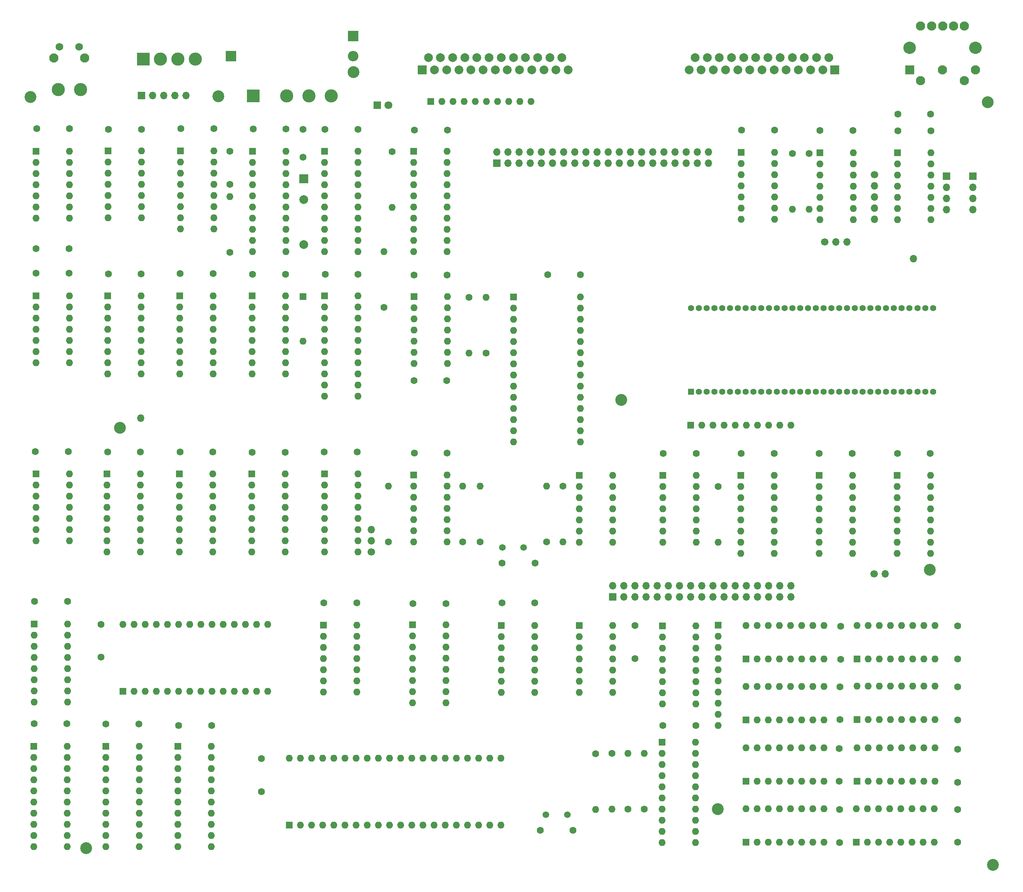
<source format=gbr>
%TF.GenerationSoftware,KiCad,Pcbnew,8.0.1*%
%TF.CreationDate,2024-04-12T12:19:04+01:00*%
%TF.ProjectId,TIM-011B,54494d2d-3031-4314-922e-6b696361645f,rev?*%
%TF.SameCoordinates,Original*%
%TF.FileFunction,Soldermask,Top*%
%TF.FilePolarity,Negative*%
%FSLAX46Y46*%
G04 Gerber Fmt 4.6, Leading zero omitted, Abs format (unit mm)*
G04 Created by KiCad (PCBNEW 8.0.1) date 2024-04-12 12:19:04*
%MOMM*%
%LPD*%
G01*
G04 APERTURE LIST*
%ADD10C,1.449000*%
%ADD11R,1.600000X1.600000*%
%ADD12O,1.600000X1.600000*%
%ADD13C,1.600000*%
%ADD14C,2.700000*%
%ADD15C,1.700000*%
%ADD16O,1.700000X1.700000*%
%ADD17R,1.700000X1.700000*%
%ADD18R,2.400000X2.400000*%
%ADD19O,2.400000X2.400000*%
%ADD20R,3.000000X3.000000*%
%ADD21C,3.000000*%
%ADD22C,2.100000*%
%ADD23C,1.750000*%
%ADD24R,2.000000X2.000000*%
%ADD25C,2.000000*%
%ADD26C,1.500000*%
%ADD27R,1.400000X1.400000*%
%ADD28C,1.400000*%
%ADD29R,1.800000X1.800000*%
%ADD30C,1.800000*%
%ADD31C,2.390000*%
%ADD32R,2.100000X2.100000*%
G04 APERTURE END LIST*
D10*
%TO.C,J3*%
X301804500Y-40695000D02*
G75*
G02*
X300355500Y-40695000I-724500J0D01*
G01*
X300355500Y-40695000D02*
G75*
G02*
X301804500Y-40695000I724500J0D01*
G01*
X316814500Y-40695000D02*
G75*
G02*
X315365500Y-40695000I-724500J0D01*
G01*
X315365500Y-40695000D02*
G75*
G02*
X316814500Y-40695000I724500J0D01*
G01*
%TD*%
D11*
%TO.C,U38*%
X263770000Y-193785000D03*
D12*
X266310000Y-193785000D03*
X268850000Y-193785000D03*
X271390000Y-193785000D03*
X273930000Y-193785000D03*
X276470000Y-193785000D03*
X279010000Y-193785000D03*
X281550000Y-193785000D03*
X281550000Y-186165000D03*
X279010000Y-186165000D03*
X276470000Y-186165000D03*
X273930000Y-186165000D03*
X271390000Y-186165000D03*
X268850000Y-186165000D03*
X266310000Y-186165000D03*
X263770000Y-186165000D03*
%TD*%
D11*
%TO.C,U34*%
X225740000Y-172280000D03*
D12*
X225740000Y-174820000D03*
X225740000Y-177360000D03*
X225740000Y-179900000D03*
X225740000Y-182440000D03*
X225740000Y-184980000D03*
X225740000Y-187520000D03*
X233360000Y-187520000D03*
X233360000Y-184980000D03*
X233360000Y-182440000D03*
X233360000Y-179900000D03*
X233360000Y-177360000D03*
X233360000Y-174820000D03*
X233360000Y-172280000D03*
%TD*%
D13*
%TO.C,R15*%
X236890000Y-214170000D03*
D12*
X236890000Y-201470000D03*
%TD*%
D14*
%TO.C,H6*%
X257302000Y-214122000D03*
%TD*%
D11*
%TO.C,U7*%
X262640000Y-64520000D03*
D12*
X262640000Y-67060000D03*
X262640000Y-69600000D03*
X262640000Y-72140000D03*
X262640000Y-74680000D03*
X262640000Y-77220000D03*
X262640000Y-79760000D03*
X270260000Y-79760000D03*
X270260000Y-77220000D03*
X270260000Y-74680000D03*
X270260000Y-72140000D03*
X270260000Y-69600000D03*
X270260000Y-67060000D03*
X270260000Y-64520000D03*
%TD*%
D15*
%TO.C,JMP1*%
X281720000Y-84930000D03*
D16*
X284260000Y-84930000D03*
X286800000Y-84930000D03*
%TD*%
D11*
%TO.C,U11*%
X118210000Y-97230000D03*
D12*
X118210000Y-99770000D03*
X118210000Y-102310000D03*
X118210000Y-104850000D03*
X118210000Y-107390000D03*
X118210000Y-109930000D03*
X118210000Y-112470000D03*
X118210000Y-115010000D03*
X125830000Y-115010000D03*
X125830000Y-112470000D03*
X125830000Y-109930000D03*
X125830000Y-107390000D03*
X125830000Y-104850000D03*
X125830000Y-102310000D03*
X125830000Y-99770000D03*
X125830000Y-97230000D03*
%TD*%
D13*
%TO.C,C30*%
X215640000Y-167180000D03*
X208140000Y-167180000D03*
%TD*%
%TO.C,C7*%
X216850000Y-218990000D03*
X224350000Y-218990000D03*
%TD*%
D11*
%TO.C,U20*%
X134580000Y-137750000D03*
D12*
X134580000Y-140290000D03*
X134580000Y-142830000D03*
X134580000Y-145370000D03*
X134580000Y-147910000D03*
X134580000Y-150450000D03*
X134580000Y-152990000D03*
X134580000Y-155530000D03*
X142200000Y-155530000D03*
X142200000Y-152990000D03*
X142200000Y-150450000D03*
X142200000Y-147910000D03*
X142200000Y-145370000D03*
X142200000Y-142830000D03*
X142200000Y-140290000D03*
X142200000Y-137750000D03*
%TD*%
D11*
%TO.C,U37*%
X289130000Y-179910000D03*
D12*
X291670000Y-179910000D03*
X294210000Y-179910000D03*
X296750000Y-179910000D03*
X299290000Y-179910000D03*
X301830000Y-179910000D03*
X304370000Y-179910000D03*
X306910000Y-179910000D03*
X306910000Y-172290000D03*
X304370000Y-172290000D03*
X301830000Y-172290000D03*
X299290000Y-172290000D03*
X296750000Y-172290000D03*
X294210000Y-172290000D03*
X291670000Y-172290000D03*
X289130000Y-172290000D03*
%TD*%
D11*
%TO.C,U23*%
X188020000Y-137990000D03*
D12*
X188020000Y-140530000D03*
X188020000Y-143070000D03*
X188020000Y-145610000D03*
X188020000Y-148150000D03*
X188020000Y-150690000D03*
X188020000Y-153230000D03*
X195640000Y-153230000D03*
X195640000Y-150690000D03*
X195640000Y-148150000D03*
X195640000Y-145610000D03*
X195640000Y-143070000D03*
X195640000Y-140530000D03*
X195640000Y-137990000D03*
%TD*%
D11*
%TO.C,U47*%
X263770000Y-221705000D03*
D12*
X266310000Y-221705000D03*
X268850000Y-221705000D03*
X271390000Y-221705000D03*
X273930000Y-221705000D03*
X276470000Y-221705000D03*
X279010000Y-221705000D03*
X281550000Y-221705000D03*
X281550000Y-214085000D03*
X279010000Y-214085000D03*
X276470000Y-214085000D03*
X273930000Y-214085000D03*
X271390000Y-214085000D03*
X268850000Y-214085000D03*
X266310000Y-214085000D03*
X263770000Y-214085000D03*
%TD*%
D13*
%TO.C,C9*%
X305910000Y-59610000D03*
X298410000Y-59610000D03*
%TD*%
D11*
%TO.C,U48*%
X288910000Y-221680000D03*
D12*
X291450000Y-221680000D03*
X293990000Y-221680000D03*
X296530000Y-221680000D03*
X299070000Y-221680000D03*
X301610000Y-221680000D03*
X304150000Y-221680000D03*
X306690000Y-221680000D03*
X306690000Y-214060000D03*
X304150000Y-214060000D03*
X301610000Y-214060000D03*
X299070000Y-214060000D03*
X296530000Y-214060000D03*
X293990000Y-214060000D03*
X291450000Y-214060000D03*
X288910000Y-214060000D03*
%TD*%
D13*
%TO.C,C40*%
X175300000Y-59270000D03*
X167800000Y-59270000D03*
%TD*%
%TO.C,C29*%
X125940000Y-59310000D03*
X118440000Y-59310000D03*
%TD*%
D17*
%TO.C,P3*%
X207000000Y-66970000D03*
D16*
X207000000Y-64430000D03*
X209540000Y-66970000D03*
X209540000Y-64430000D03*
X212080000Y-66970000D03*
X212080000Y-64430000D03*
X214620000Y-66970000D03*
X214620000Y-64430000D03*
X217160000Y-66970000D03*
X217160000Y-64430000D03*
X219700000Y-66970000D03*
X219700000Y-64430000D03*
X222240000Y-66970000D03*
X222240000Y-64430000D03*
X224780000Y-66970000D03*
X224780000Y-64430000D03*
X227320000Y-66970000D03*
X227320000Y-64430000D03*
X229860000Y-66970000D03*
X229860000Y-64430000D03*
X232400000Y-66970000D03*
X232400000Y-64430000D03*
X234940000Y-66970000D03*
X234940000Y-64430000D03*
X237480000Y-66970000D03*
X237480000Y-64430000D03*
X240020000Y-66970000D03*
X240020000Y-64430000D03*
X242560000Y-66970000D03*
X242560000Y-64430000D03*
X245100000Y-66970000D03*
X245100000Y-64430000D03*
X247640000Y-66970000D03*
X247640000Y-64430000D03*
X250180000Y-66970000D03*
X250180000Y-64430000D03*
X252720000Y-66970000D03*
X252720000Y-64430000D03*
X255260000Y-66970000D03*
X255260000Y-64430000D03*
%TD*%
D14*
%TO.C,H2*%
X174250000Y-46228000D03*
%TD*%
D13*
%TO.C,C51*%
X287980000Y-133120000D03*
X280480000Y-133120000D03*
%TD*%
%TO.C,CX1*%
X109414000Y-86487000D03*
X101914000Y-86487000D03*
%TD*%
D18*
%TO.C,C1*%
X146380000Y-42610000D03*
X174160000Y-38030000D03*
D19*
X174160000Y-42610000D03*
%TD*%
D13*
%TO.C,R6*%
X204490000Y-110220000D03*
D12*
X204490000Y-97520000D03*
%TD*%
D16*
%TO.C,*%
X301990000Y-88780000D03*
%TD*%
D20*
%TO.C,P2*%
X151450000Y-51620000D03*
D21*
X159070000Y-51620000D03*
X164160000Y-51630000D03*
X169240000Y-51630000D03*
%TD*%
D17*
%TO.C,J5*%
X315500000Y-69945000D03*
D16*
X315500000Y-72485000D03*
X315500000Y-75025000D03*
X315500000Y-77565000D03*
%TD*%
D13*
%TO.C,C46*%
X285050000Y-207810000D03*
X285050000Y-200310000D03*
%TD*%
D22*
%TO.C,T2*%
X105990000Y-43000000D03*
X113000000Y-43000000D03*
D23*
X107240000Y-40510000D03*
X111740000Y-40510000D03*
%TD*%
D11*
%TO.C,U1*%
X101920000Y-64240000D03*
D12*
X101920000Y-66780000D03*
X101920000Y-69320000D03*
X101920000Y-71860000D03*
X101920000Y-74400000D03*
X101920000Y-76940000D03*
X101920000Y-79480000D03*
X109540000Y-79480000D03*
X109540000Y-76940000D03*
X109540000Y-74400000D03*
X109540000Y-71860000D03*
X109540000Y-69320000D03*
X109540000Y-66780000D03*
X109540000Y-64240000D03*
%TD*%
D17*
%TO.C,J4*%
X309500000Y-69945000D03*
D16*
X309500000Y-72485000D03*
X309500000Y-75025000D03*
X309500000Y-77565000D03*
%TD*%
D15*
%TO.C,JMP2*%
X293060000Y-69640000D03*
D16*
X293060000Y-72180000D03*
X293060000Y-74720000D03*
X293060000Y-77260000D03*
X293060000Y-79800000D03*
%TD*%
D11*
%TO.C,U28*%
X298250000Y-138090000D03*
D12*
X298250000Y-140630000D03*
X298250000Y-143170000D03*
X298250000Y-145710000D03*
X298250000Y-148250000D03*
X298250000Y-150790000D03*
X298250000Y-153330000D03*
X298250000Y-155870000D03*
X305870000Y-155870000D03*
X305870000Y-153330000D03*
X305870000Y-150790000D03*
X305870000Y-148250000D03*
X305870000Y-145710000D03*
X305870000Y-143170000D03*
X305870000Y-140630000D03*
X305870000Y-138090000D03*
%TD*%
D13*
%TO.C,C6*%
X215670000Y-158110000D03*
X208170000Y-158110000D03*
%TD*%
D11*
%TO.C,U29*%
X101480000Y-171970000D03*
D12*
X101480000Y-174510000D03*
X101480000Y-177050000D03*
X101480000Y-179590000D03*
X101480000Y-182130000D03*
X101480000Y-184670000D03*
X101480000Y-187210000D03*
X101480000Y-189750000D03*
X109100000Y-189750000D03*
X109100000Y-187210000D03*
X109100000Y-184670000D03*
X109100000Y-182130000D03*
X109100000Y-179590000D03*
X109100000Y-177050000D03*
X109100000Y-174510000D03*
X109100000Y-171970000D03*
%TD*%
D13*
%TO.C,R3*%
X274380000Y-64780000D03*
D12*
X274380000Y-77480000D03*
%TD*%
D11*
%TO.C,U2*%
X118310000Y-64220000D03*
D12*
X118310000Y-66760000D03*
X118310000Y-69300000D03*
X118310000Y-71840000D03*
X118310000Y-74380000D03*
X118310000Y-76920000D03*
X118310000Y-79460000D03*
X125930000Y-79460000D03*
X125930000Y-76920000D03*
X125930000Y-74380000D03*
X125930000Y-71840000D03*
X125930000Y-69300000D03*
X125930000Y-66760000D03*
X125930000Y-64220000D03*
%TD*%
D11*
%TO.C,U5*%
X167690000Y-64230000D03*
D12*
X167690000Y-66770000D03*
X167690000Y-69310000D03*
X167690000Y-71850000D03*
X167690000Y-74390000D03*
X167690000Y-76930000D03*
X167690000Y-79470000D03*
X167690000Y-82010000D03*
X167690000Y-84550000D03*
X167690000Y-87090000D03*
X175310000Y-87090000D03*
X175310000Y-84550000D03*
X175310000Y-82010000D03*
X175310000Y-79470000D03*
X175310000Y-76930000D03*
X175310000Y-74390000D03*
X175310000Y-71850000D03*
X175310000Y-69310000D03*
X175310000Y-66770000D03*
X175310000Y-64230000D03*
%TD*%
D16*
%TO.C,*%
X125730000Y-125095000D03*
%TD*%
D11*
%TO.C,U32*%
X187770000Y-172160000D03*
D12*
X187770000Y-174700000D03*
X187770000Y-177240000D03*
X187770000Y-179780000D03*
X187770000Y-182320000D03*
X187770000Y-184860000D03*
X187770000Y-187400000D03*
X187770000Y-189940000D03*
X195390000Y-189940000D03*
X195390000Y-187400000D03*
X195390000Y-184860000D03*
X195390000Y-182320000D03*
X195390000Y-179780000D03*
X195390000Y-177240000D03*
X195390000Y-174700000D03*
X195390000Y-172160000D03*
%TD*%
D11*
%TO.C,U15*%
X188050000Y-97402500D03*
D12*
X188050000Y-99942500D03*
X188050000Y-102482500D03*
X188050000Y-105022500D03*
X188050000Y-107562500D03*
X188050000Y-110102500D03*
X188050000Y-112642500D03*
X195670000Y-112642500D03*
X195670000Y-110102500D03*
X195670000Y-107562500D03*
X195670000Y-105022500D03*
X195670000Y-102482500D03*
X195670000Y-99942500D03*
X195670000Y-97402500D03*
%TD*%
D15*
%TO.C,JMP3*%
X178308000Y-155575000D03*
D16*
X178308000Y-153035000D03*
X178308000Y-150495000D03*
%TD*%
D11*
%TO.C,U43*%
X159640000Y-217750000D03*
D12*
X162180000Y-217750000D03*
X164720000Y-217750000D03*
X167260000Y-217750000D03*
X169800000Y-217750000D03*
X172340000Y-217750000D03*
X174880000Y-217750000D03*
X177420000Y-217750000D03*
X179960000Y-217750000D03*
X182500000Y-217750000D03*
X185040000Y-217750000D03*
X187580000Y-217750000D03*
X190120000Y-217750000D03*
X192660000Y-217750000D03*
X195200000Y-217750000D03*
X197740000Y-217750000D03*
X200280000Y-217750000D03*
X202820000Y-217750000D03*
X205360000Y-217750000D03*
X207900000Y-217750000D03*
X207900000Y-202510000D03*
X205360000Y-202510000D03*
X202820000Y-202510000D03*
X200280000Y-202510000D03*
X197740000Y-202510000D03*
X195200000Y-202510000D03*
X192660000Y-202510000D03*
X190120000Y-202510000D03*
X187580000Y-202510000D03*
X185040000Y-202510000D03*
X182500000Y-202510000D03*
X179960000Y-202510000D03*
X177420000Y-202510000D03*
X174880000Y-202510000D03*
X172340000Y-202510000D03*
X169800000Y-202510000D03*
X167260000Y-202510000D03*
X164720000Y-202510000D03*
X162180000Y-202510000D03*
X159640000Y-202510000D03*
%TD*%
D14*
%TO.C,H1*%
X100584000Y-51943000D03*
%TD*%
D24*
%TO.C,J1*%
X189985000Y-45720000D03*
D25*
X192755000Y-45720000D03*
X195525000Y-45720000D03*
X198295000Y-45720000D03*
X201065000Y-45720000D03*
X203835000Y-45720000D03*
X206605000Y-45720000D03*
X209375000Y-45720000D03*
X212145000Y-45720000D03*
X214915000Y-45720000D03*
X217685000Y-45720000D03*
X220455000Y-45720000D03*
X223225000Y-45720000D03*
X191350000Y-42900000D03*
X194120000Y-42900000D03*
X196890000Y-42900000D03*
X199660000Y-42900000D03*
X202430000Y-42900000D03*
X205200000Y-42900000D03*
X207970000Y-42900000D03*
X210740000Y-42900000D03*
X213510000Y-42900000D03*
X216280000Y-42900000D03*
X219050000Y-42900000D03*
X221820000Y-42900000D03*
%TD*%
D11*
%TO.C,D1*%
X162800000Y-97390000D03*
D12*
X162800000Y-107550000D03*
%TD*%
D11*
%TO.C,U46*%
X289080000Y-207775000D03*
D12*
X291620000Y-207775000D03*
X294160000Y-207775000D03*
X296700000Y-207775000D03*
X299240000Y-207775000D03*
X301780000Y-207775000D03*
X304320000Y-207775000D03*
X306860000Y-207775000D03*
X306860000Y-200155000D03*
X304320000Y-200155000D03*
X301780000Y-200155000D03*
X299240000Y-200155000D03*
X296700000Y-200155000D03*
X294160000Y-200155000D03*
X291620000Y-200155000D03*
X289080000Y-200155000D03*
%TD*%
D13*
%TO.C,C26*%
X312050000Y-208000000D03*
X312050000Y-200500000D03*
%TD*%
D14*
%TO.C,H4*%
X121031000Y-127254000D03*
%TD*%
D13*
%TO.C,C19*%
X142210000Y-132790000D03*
X134710000Y-132790000D03*
%TD*%
D26*
%TO.C,Y1*%
X208200000Y-154550000D03*
X213100000Y-154550000D03*
%TD*%
D20*
%TO.C,P5*%
X126319000Y-43307000D03*
D21*
X130279000Y-43307000D03*
X134239000Y-43307000D03*
X138199000Y-43307000D03*
%TD*%
D13*
%TO.C,C25*%
X312030000Y-193780000D03*
X312030000Y-186280000D03*
%TD*%
D24*
%TO.C,J2*%
X284040000Y-45720000D03*
D25*
X281270000Y-45720000D03*
X278500000Y-45720000D03*
X275730000Y-45720000D03*
X272960000Y-45720000D03*
X270190000Y-45720000D03*
X267420000Y-45720000D03*
X264650000Y-45720000D03*
X261880000Y-45720000D03*
X259110000Y-45720000D03*
X256340000Y-45720000D03*
X253570000Y-45720000D03*
X250800000Y-45720000D03*
X282635000Y-42900000D03*
X279865000Y-42900000D03*
X277095000Y-42900000D03*
X274325000Y-42900000D03*
X271555000Y-42900000D03*
X268785000Y-42900000D03*
X266015000Y-42900000D03*
X263245000Y-42900000D03*
X260475000Y-42900000D03*
X257705000Y-42900000D03*
X254935000Y-42900000D03*
X252165000Y-42900000D03*
%TD*%
D17*
%TO.C,P4*%
X233370000Y-165800000D03*
D16*
X233370000Y-163260000D03*
X235910000Y-165800000D03*
X235910000Y-163260000D03*
X238450000Y-165800000D03*
X238450000Y-163260000D03*
X240990000Y-165800000D03*
X240990000Y-163260000D03*
X243530000Y-165800000D03*
X243530000Y-163260000D03*
X246070000Y-165800000D03*
X246070000Y-163260000D03*
X248610000Y-165800000D03*
X248610000Y-163260000D03*
X251150000Y-165800000D03*
X251150000Y-163260000D03*
X253690000Y-165800000D03*
X253690000Y-163260000D03*
X256230000Y-165800000D03*
X256230000Y-163260000D03*
X258770000Y-165800000D03*
X258770000Y-163260000D03*
X261310000Y-165800000D03*
X261310000Y-163260000D03*
X263850000Y-165800000D03*
X263850000Y-163260000D03*
X266390000Y-165800000D03*
X266390000Y-163260000D03*
X268930000Y-165800000D03*
X268930000Y-163260000D03*
X271470000Y-165800000D03*
X271470000Y-163260000D03*
X274010000Y-165800000D03*
X274010000Y-163260000D03*
%TD*%
D13*
%TO.C,C24*%
X312040000Y-179930000D03*
X312040000Y-172430000D03*
%TD*%
D11*
%TO.C,U35*%
X244760000Y-172370000D03*
D12*
X244760000Y-174910000D03*
X244760000Y-177450000D03*
X244760000Y-179990000D03*
X244760000Y-182530000D03*
X244760000Y-185070000D03*
X244760000Y-187610000D03*
X244760000Y-190150000D03*
X252380000Y-190150000D03*
X252380000Y-187610000D03*
X252380000Y-185070000D03*
X252380000Y-182530000D03*
X252380000Y-179990000D03*
X252380000Y-177450000D03*
X252380000Y-174910000D03*
X252380000Y-172370000D03*
%TD*%
D11*
%TO.C,U30*%
X121680000Y-187260000D03*
D12*
X124220000Y-187260000D03*
X126760000Y-187260000D03*
X129300000Y-187260000D03*
X131840000Y-187260000D03*
X134380000Y-187260000D03*
X136920000Y-187260000D03*
X139460000Y-187260000D03*
X142000000Y-187260000D03*
X144540000Y-187260000D03*
X147080000Y-187260000D03*
X149620000Y-187260000D03*
X152160000Y-187260000D03*
X154700000Y-187260000D03*
X154700000Y-172020000D03*
X152160000Y-172020000D03*
X149620000Y-172020000D03*
X147080000Y-172020000D03*
X144540000Y-172020000D03*
X142000000Y-172020000D03*
X139460000Y-172020000D03*
X136920000Y-172020000D03*
X134380000Y-172020000D03*
X131840000Y-172020000D03*
X129300000Y-172020000D03*
X126760000Y-172020000D03*
X124220000Y-172020000D03*
X121680000Y-172020000D03*
%TD*%
D13*
%TO.C,R9*%
X203190000Y-153250000D03*
D12*
X203190000Y-140550000D03*
%TD*%
D13*
%TO.C,C16*%
X226030000Y-92340000D03*
X218530000Y-92340000D03*
%TD*%
%TO.C,R1*%
X146120000Y-87320000D03*
D12*
X146120000Y-74620000D03*
%TD*%
D11*
%TO.C,U13*%
X151200000Y-97230000D03*
D12*
X151200000Y-99770000D03*
X151200000Y-102310000D03*
X151200000Y-104850000D03*
X151200000Y-107390000D03*
X151200000Y-109930000D03*
X151200000Y-112470000D03*
X151200000Y-115010000D03*
X158820000Y-115010000D03*
X158820000Y-112470000D03*
X158820000Y-109930000D03*
X158820000Y-107390000D03*
X158820000Y-104850000D03*
X158820000Y-102310000D03*
X158820000Y-99770000D03*
X158820000Y-97230000D03*
%TD*%
D13*
%TO.C,C31*%
X195330000Y-167280000D03*
X187830000Y-167280000D03*
%TD*%
D11*
%TO.C,U45*%
X263770000Y-207775000D03*
D12*
X266310000Y-207775000D03*
X268850000Y-207775000D03*
X271390000Y-207775000D03*
X273930000Y-207775000D03*
X276470000Y-207775000D03*
X279010000Y-207775000D03*
X281550000Y-207775000D03*
X281550000Y-200155000D03*
X279010000Y-200155000D03*
X276470000Y-200155000D03*
X273930000Y-200155000D03*
X271390000Y-200155000D03*
X268850000Y-200155000D03*
X266310000Y-200155000D03*
X263770000Y-200155000D03*
%TD*%
D13*
%TO.C,C12*%
X142280000Y-92130000D03*
X134780000Y-92130000D03*
%TD*%
D11*
%TO.C,U41*%
X117810000Y-199850000D03*
D12*
X117810000Y-202390000D03*
X117810000Y-204930000D03*
X117810000Y-207470000D03*
X117810000Y-210010000D03*
X117810000Y-212550000D03*
X117810000Y-215090000D03*
X117810000Y-217630000D03*
X117810000Y-220170000D03*
X117810000Y-222710000D03*
X125430000Y-222710000D03*
X125430000Y-220170000D03*
X125430000Y-217630000D03*
X125430000Y-215090000D03*
X125430000Y-212550000D03*
X125430000Y-210010000D03*
X125430000Y-207470000D03*
X125430000Y-204930000D03*
X125430000Y-202390000D03*
X125430000Y-199850000D03*
%TD*%
D11*
%TO.C,U12*%
X134670000Y-97230000D03*
D12*
X134670000Y-99770000D03*
X134670000Y-102310000D03*
X134670000Y-104850000D03*
X134670000Y-107390000D03*
X134670000Y-109930000D03*
X134670000Y-112470000D03*
X134670000Y-115010000D03*
X142290000Y-115010000D03*
X142290000Y-112470000D03*
X142290000Y-109930000D03*
X142290000Y-107390000D03*
X142290000Y-104850000D03*
X142290000Y-102310000D03*
X142290000Y-99770000D03*
X142290000Y-97230000D03*
%TD*%
D13*
%TO.C,C20*%
X158690000Y-132890000D03*
X151190000Y-132890000D03*
%TD*%
D21*
%TO.C,T1*%
X106995000Y-50180000D03*
X112075000Y-50180000D03*
%TD*%
D11*
%TO.C,U39*%
X289110000Y-193760000D03*
D12*
X291650000Y-193760000D03*
X294190000Y-193760000D03*
X296730000Y-193760000D03*
X299270000Y-193760000D03*
X301810000Y-193760000D03*
X304350000Y-193760000D03*
X306890000Y-193760000D03*
X306890000Y-186140000D03*
X304350000Y-186140000D03*
X301810000Y-186140000D03*
X299270000Y-186140000D03*
X296730000Y-186140000D03*
X294190000Y-186140000D03*
X291650000Y-186140000D03*
X289110000Y-186140000D03*
%TD*%
D11*
%TO.C,U14*%
X167720000Y-97220000D03*
D12*
X167720000Y-99760000D03*
X167720000Y-102300000D03*
X167720000Y-104840000D03*
X167720000Y-107380000D03*
X167720000Y-109920000D03*
X167720000Y-112460000D03*
X167720000Y-115000000D03*
X167720000Y-117540000D03*
X167720000Y-120080000D03*
X175340000Y-120080000D03*
X175340000Y-117540000D03*
X175340000Y-115000000D03*
X175340000Y-112460000D03*
X175340000Y-109920000D03*
X175340000Y-107380000D03*
X175340000Y-104840000D03*
X175340000Y-102300000D03*
X175340000Y-99760000D03*
X175340000Y-97220000D03*
%TD*%
D13*
%TO.C,C52*%
X270210000Y-133120000D03*
X262710000Y-133120000D03*
%TD*%
D11*
%TO.C,U8*%
X280620000Y-64580000D03*
D12*
X280620000Y-67120000D03*
X280620000Y-69660000D03*
X280620000Y-72200000D03*
X280620000Y-74740000D03*
X280620000Y-77280000D03*
X280620000Y-79820000D03*
X288240000Y-79820000D03*
X288240000Y-77280000D03*
X288240000Y-74740000D03*
X288240000Y-72200000D03*
X288240000Y-69660000D03*
X288240000Y-67120000D03*
X288240000Y-64580000D03*
%TD*%
D13*
%TO.C,C41*%
X195670000Y-59420000D03*
X188170000Y-59420000D03*
%TD*%
D11*
%TO.C,U21*%
X151080000Y-137750000D03*
D12*
X151080000Y-140290000D03*
X151080000Y-142830000D03*
X151080000Y-145370000D03*
X151080000Y-147910000D03*
X151080000Y-150450000D03*
X151080000Y-152990000D03*
X151080000Y-155530000D03*
X158700000Y-155530000D03*
X158700000Y-152990000D03*
X158700000Y-150450000D03*
X158700000Y-147910000D03*
X158700000Y-145370000D03*
X158700000Y-142830000D03*
X158700000Y-140290000D03*
X158700000Y-137750000D03*
%TD*%
D13*
%TO.C,R7*%
X182245000Y-153220000D03*
D12*
X182245000Y-140520000D03*
%TD*%
D13*
%TO.C,C13*%
X158780000Y-92290000D03*
X151280000Y-92290000D03*
%TD*%
%TO.C,C43*%
X153280000Y-202610000D03*
X153280000Y-210110000D03*
%TD*%
%TO.C,R8*%
X199150000Y-153250000D03*
D12*
X199150000Y-140550000D03*
%TD*%
D13*
%TO.C,C10*%
X109400000Y-92020000D03*
X101900000Y-92020000D03*
%TD*%
%TO.C,C32*%
X175020000Y-167180000D03*
X167520000Y-167180000D03*
%TD*%
%TO.C,R13*%
X229480000Y-201480000D03*
D12*
X229480000Y-214180000D03*
%TD*%
D14*
%TO.C,H7*%
X320040000Y-226822000D03*
%TD*%
D13*
%TO.C,C22*%
X195630000Y-133000000D03*
X188130000Y-133000000D03*
%TD*%
%TO.C,C14*%
X175340000Y-92260000D03*
X167840000Y-92260000D03*
%TD*%
%TO.C,C23*%
X109080000Y-166800000D03*
X101580000Y-166800000D03*
%TD*%
%TO.C,C49*%
X288150000Y-59550000D03*
X280650000Y-59550000D03*
%TD*%
D14*
%TO.C,H8*%
X305689000Y-159639000D03*
%TD*%
D13*
%TO.C,C53*%
X252430000Y-133070000D03*
X244930000Y-133070000D03*
%TD*%
%TO.C,C48*%
X270300000Y-59460000D03*
X262800000Y-59460000D03*
%TD*%
%TO.C,C42*%
X116670000Y-172030000D03*
X116670000Y-179530000D03*
%TD*%
D11*
%TO.C,U16*%
X210790000Y-97450000D03*
D12*
X210790000Y-99990000D03*
X210790000Y-102530000D03*
X210790000Y-105070000D03*
X210790000Y-107610000D03*
X210790000Y-110150000D03*
X210790000Y-112690000D03*
X210790000Y-115230000D03*
X210790000Y-117770000D03*
X210790000Y-120310000D03*
X210790000Y-122850000D03*
X210790000Y-125390000D03*
X210790000Y-127930000D03*
X210790000Y-130470000D03*
X226030000Y-130470000D03*
X226030000Y-127930000D03*
X226030000Y-125390000D03*
X226030000Y-122850000D03*
X226030000Y-120310000D03*
X226030000Y-117770000D03*
X226030000Y-115230000D03*
X226030000Y-112690000D03*
X226030000Y-110150000D03*
X226030000Y-107610000D03*
X226030000Y-105070000D03*
X226030000Y-102530000D03*
X226030000Y-99990000D03*
X226030000Y-97450000D03*
%TD*%
D14*
%TO.C,H3*%
X318897000Y-53086000D03*
%TD*%
D11*
%TO.C,U26*%
X262610000Y-138090000D03*
D12*
X262610000Y-140630000D03*
X262610000Y-143170000D03*
X262610000Y-145710000D03*
X262610000Y-148250000D03*
X262610000Y-150790000D03*
X262610000Y-153330000D03*
X262610000Y-155870000D03*
X270230000Y-155870000D03*
X270230000Y-153330000D03*
X270230000Y-150790000D03*
X270230000Y-148250000D03*
X270230000Y-145710000D03*
X270230000Y-143170000D03*
X270230000Y-140630000D03*
X270230000Y-138090000D03*
%TD*%
D13*
%TO.C,R20*%
X181250000Y-99850000D03*
D12*
X181250000Y-87150000D03*
%TD*%
D27*
%TO.C,U17*%
X251230000Y-119050000D03*
D28*
X253010000Y-119050000D03*
X254790000Y-119050000D03*
X256570000Y-119050000D03*
X258350000Y-119050000D03*
X260130000Y-119050000D03*
X261910000Y-119050000D03*
X263690000Y-119050000D03*
X265470000Y-119050000D03*
X267250000Y-119050000D03*
X269030000Y-119050000D03*
X270810000Y-119050000D03*
X272590000Y-119050000D03*
X274370000Y-119050000D03*
X276150000Y-119050000D03*
X277930000Y-119050000D03*
X279710000Y-119050000D03*
X281490000Y-119050000D03*
X283270000Y-119050000D03*
X285050000Y-119050000D03*
X286830000Y-119050000D03*
X288610000Y-119050000D03*
X290390000Y-119050000D03*
X292170000Y-119050000D03*
X293950000Y-119050000D03*
X295730000Y-119050000D03*
X297510000Y-119050000D03*
X299290000Y-119050000D03*
X301070000Y-119050000D03*
X302850000Y-119050000D03*
X304630000Y-119050000D03*
X306410000Y-119050000D03*
X306410000Y-99980000D03*
X304630000Y-99980000D03*
X302850000Y-99980000D03*
X301070000Y-99980000D03*
X299290000Y-99980000D03*
X297510000Y-99980000D03*
X295730000Y-99980000D03*
X293950000Y-99980000D03*
X292170000Y-99980000D03*
X290390000Y-99980000D03*
X288610000Y-99980000D03*
X286830000Y-99980000D03*
X285050000Y-99980000D03*
X283270000Y-99980000D03*
X281490000Y-99980000D03*
X279710000Y-99980000D03*
X277930000Y-99980000D03*
X276150000Y-99980000D03*
X274370000Y-99980000D03*
X272590000Y-99980000D03*
X270810000Y-99980000D03*
X269030000Y-99980000D03*
X267250000Y-99980000D03*
X265470000Y-99980000D03*
X263690000Y-99980000D03*
X261910000Y-99980000D03*
X260130000Y-99980000D03*
X258350000Y-99980000D03*
X256570000Y-99980000D03*
X254790000Y-99980000D03*
X253010000Y-99980000D03*
X251230000Y-99980000D03*
%TD*%
D14*
%TO.C,H5*%
X113284000Y-223012000D03*
%TD*%
D11*
%TO.C,U42*%
X134270000Y-199840000D03*
D12*
X134270000Y-202380000D03*
X134270000Y-204920000D03*
X134270000Y-207460000D03*
X134270000Y-210000000D03*
X134270000Y-212540000D03*
X134270000Y-215080000D03*
X134270000Y-217620000D03*
X134270000Y-220160000D03*
X134270000Y-222700000D03*
X141890000Y-222700000D03*
X141890000Y-220160000D03*
X141890000Y-217620000D03*
X141890000Y-215080000D03*
X141890000Y-212540000D03*
X141890000Y-210000000D03*
X141890000Y-207460000D03*
X141890000Y-204920000D03*
X141890000Y-202380000D03*
X141890000Y-199840000D03*
%TD*%
D11*
%TO.C,U44*%
X244660000Y-198920000D03*
D12*
X244660000Y-201460000D03*
X244660000Y-204000000D03*
X244660000Y-206540000D03*
X244660000Y-209080000D03*
X244660000Y-211620000D03*
X244660000Y-214160000D03*
X244660000Y-216700000D03*
X244660000Y-219240000D03*
X244660000Y-221780000D03*
X252280000Y-221780000D03*
X252280000Y-219240000D03*
X252280000Y-216700000D03*
X252280000Y-214160000D03*
X252280000Y-211620000D03*
X252280000Y-209080000D03*
X252280000Y-206540000D03*
X252280000Y-204000000D03*
X252280000Y-201460000D03*
X252280000Y-198920000D03*
%TD*%
D13*
%TO.C,R2*%
X183120000Y-64370000D03*
D12*
X183120000Y-77070000D03*
%TD*%
D29*
%TO.C,D2*%
X179725000Y-53750000D03*
D30*
X182265000Y-53750000D03*
%TD*%
D13*
%TO.C,C17*%
X109230000Y-132710000D03*
X101730000Y-132710000D03*
%TD*%
D11*
%TO.C,RP2*%
X251200000Y-126670000D03*
D12*
X253740000Y-126670000D03*
X256280000Y-126670000D03*
X258820000Y-126670000D03*
X261360000Y-126670000D03*
X263900000Y-126670000D03*
X266440000Y-126670000D03*
X268980000Y-126670000D03*
X271520000Y-126670000D03*
X274060000Y-126670000D03*
%TD*%
D13*
%TO.C,C8*%
X305870000Y-55820000D03*
X298370000Y-55820000D03*
%TD*%
D11*
%TO.C,RP3*%
X257390000Y-172250000D03*
D12*
X257390000Y-174790000D03*
X257390000Y-177330000D03*
X257390000Y-179870000D03*
X257390000Y-182410000D03*
X257390000Y-184950000D03*
X257390000Y-187490000D03*
X257390000Y-190030000D03*
X257390000Y-192570000D03*
X257390000Y-195110000D03*
%TD*%
D13*
%TO.C,C45*%
X285220000Y-193740000D03*
X285220000Y-186240000D03*
%TD*%
D15*
%TO.C,JMP4*%
X292960000Y-160500000D03*
D16*
X295500000Y-160500000D03*
%TD*%
D11*
%TO.C,U25*%
X244780000Y-138090000D03*
D12*
X244780000Y-140630000D03*
X244780000Y-143170000D03*
X244780000Y-145710000D03*
X244780000Y-148250000D03*
X244780000Y-150790000D03*
X244780000Y-153330000D03*
X252400000Y-153330000D03*
X252400000Y-150790000D03*
X252400000Y-148250000D03*
X252400000Y-145710000D03*
X252400000Y-143170000D03*
X252400000Y-140630000D03*
X252400000Y-138090000D03*
%TD*%
D13*
%TO.C,C5*%
X195550000Y-116550000D03*
X188050000Y-116550000D03*
%TD*%
D11*
%TO.C,U3*%
X134810000Y-64220000D03*
D12*
X134810000Y-66760000D03*
X134810000Y-69300000D03*
X134810000Y-71840000D03*
X134810000Y-74380000D03*
X134810000Y-76920000D03*
X134810000Y-79460000D03*
X134810000Y-82000000D03*
X142430000Y-82000000D03*
X142430000Y-79460000D03*
X142430000Y-76920000D03*
X142430000Y-74380000D03*
X142430000Y-71840000D03*
X142430000Y-69300000D03*
X142430000Y-66760000D03*
X142430000Y-64220000D03*
%TD*%
D13*
%TO.C,C21*%
X175130000Y-132780000D03*
X167630000Y-132780000D03*
%TD*%
%TO.C,R10*%
X218300000Y-153250000D03*
D12*
X218300000Y-140550000D03*
%TD*%
D11*
%TO.C,U9*%
X298300000Y-64580000D03*
D12*
X298300000Y-67120000D03*
X298300000Y-69660000D03*
X298300000Y-72200000D03*
X298300000Y-74740000D03*
X298300000Y-77280000D03*
X298300000Y-79820000D03*
X305920000Y-79820000D03*
X305920000Y-77280000D03*
X305920000Y-74740000D03*
X305920000Y-72200000D03*
X305920000Y-69660000D03*
X305920000Y-67120000D03*
X305920000Y-64580000D03*
%TD*%
D11*
%TO.C,U40*%
X101380000Y-199850000D03*
D12*
X101380000Y-202390000D03*
X101380000Y-204930000D03*
X101380000Y-207470000D03*
X101380000Y-210010000D03*
X101380000Y-212550000D03*
X101380000Y-215090000D03*
X101380000Y-217630000D03*
X101380000Y-220170000D03*
X101380000Y-222710000D03*
X109000000Y-222710000D03*
X109000000Y-220170000D03*
X109000000Y-217630000D03*
X109000000Y-215090000D03*
X109000000Y-212550000D03*
X109000000Y-210010000D03*
X109000000Y-207470000D03*
X109000000Y-204930000D03*
X109000000Y-202390000D03*
X109000000Y-199850000D03*
%TD*%
D11*
%TO.C,U36*%
X263770000Y-179910000D03*
D12*
X266310000Y-179910000D03*
X268850000Y-179910000D03*
X271390000Y-179910000D03*
X273930000Y-179910000D03*
X276470000Y-179910000D03*
X279010000Y-179910000D03*
X281550000Y-179910000D03*
X281550000Y-172290000D03*
X279010000Y-172290000D03*
X276470000Y-172290000D03*
X273930000Y-172290000D03*
X271390000Y-172290000D03*
X268850000Y-172290000D03*
X266310000Y-172290000D03*
X263770000Y-172290000D03*
%TD*%
D13*
%TO.C,C27*%
X312040000Y-221700000D03*
X312040000Y-214200000D03*
%TD*%
D17*
%TO.C,P1*%
X125970000Y-51540000D03*
D16*
X128510000Y-51540000D03*
X131050000Y-51540000D03*
X133590000Y-51540000D03*
X136130000Y-51540000D03*
%TD*%
D13*
%TO.C,C28*%
X109530000Y-59090000D03*
X102030000Y-59090000D03*
%TD*%
D11*
%TO.C,U19*%
X118100000Y-137750000D03*
D12*
X118100000Y-140290000D03*
X118100000Y-142830000D03*
X118100000Y-145370000D03*
X118100000Y-147910000D03*
X118100000Y-150450000D03*
X118100000Y-152990000D03*
X118100000Y-155530000D03*
X125720000Y-155530000D03*
X125720000Y-152990000D03*
X125720000Y-150450000D03*
X125720000Y-147910000D03*
X125720000Y-145370000D03*
X125720000Y-142830000D03*
X125720000Y-140290000D03*
X125720000Y-137750000D03*
%TD*%
D11*
%TO.C,U33*%
X208010000Y-172290000D03*
D12*
X208010000Y-174830000D03*
X208010000Y-177370000D03*
X208010000Y-179910000D03*
X208010000Y-182450000D03*
X208010000Y-184990000D03*
X208010000Y-187530000D03*
X215630000Y-187530000D03*
X215630000Y-184990000D03*
X215630000Y-182450000D03*
X215630000Y-179910000D03*
X215630000Y-177370000D03*
X215630000Y-174830000D03*
X215630000Y-172290000D03*
%TD*%
D11*
%TO.C,U10*%
X101870000Y-97240000D03*
D12*
X101870000Y-99780000D03*
X101870000Y-102320000D03*
X101870000Y-104860000D03*
X101870000Y-107400000D03*
X101870000Y-109940000D03*
X101870000Y-112480000D03*
X109490000Y-112480000D03*
X109490000Y-109940000D03*
X109490000Y-107400000D03*
X109490000Y-104860000D03*
X109490000Y-102320000D03*
X109490000Y-99780000D03*
X109490000Y-97240000D03*
%TD*%
D13*
%TO.C,C36*%
X252310000Y-195070000D03*
X244810000Y-195070000D03*
%TD*%
D11*
%TO.C,U4*%
X151260000Y-64230000D03*
D12*
X151260000Y-66770000D03*
X151260000Y-69310000D03*
X151260000Y-71850000D03*
X151260000Y-74390000D03*
X151260000Y-76930000D03*
X151260000Y-79470000D03*
X151260000Y-82010000D03*
X151260000Y-84550000D03*
X151260000Y-87090000D03*
X158880000Y-87090000D03*
X158880000Y-84550000D03*
X158880000Y-82010000D03*
X158880000Y-79470000D03*
X158880000Y-76930000D03*
X158880000Y-74390000D03*
X158880000Y-71850000D03*
X158880000Y-69310000D03*
X158880000Y-66770000D03*
X158880000Y-64230000D03*
%TD*%
D13*
%TO.C,R11*%
X222020000Y-140550000D03*
D12*
X222020000Y-153250000D03*
%TD*%
D13*
%TO.C,C50*%
X305780000Y-133100000D03*
X298280000Y-133100000D03*
%TD*%
%TO.C,C18*%
X125720000Y-132790000D03*
X118220000Y-132790000D03*
%TD*%
%TO.C,C2*%
X146050000Y-71790000D03*
X146050000Y-64290000D03*
%TD*%
%TO.C,C34*%
X125310000Y-194780000D03*
X117810000Y-194780000D03*
%TD*%
%TO.C,C11*%
X125860000Y-92230000D03*
X118360000Y-92230000D03*
%TD*%
%TO.C,C3*%
X162800000Y-65610000D03*
X162800000Y-59260000D03*
%TD*%
%TO.C,R4*%
X278160000Y-64770000D03*
D12*
X278160000Y-77470000D03*
%TD*%
D14*
%TO.C,H11*%
X143500000Y-51750000D03*
%TD*%
D11*
%TO.C,RP1*%
X191890000Y-52930000D03*
D12*
X194430000Y-52930000D03*
X196970000Y-52930000D03*
X199510000Y-52930000D03*
X202050000Y-52930000D03*
X204590000Y-52930000D03*
X207130000Y-52930000D03*
X209670000Y-52930000D03*
X212210000Y-52930000D03*
X214750000Y-52930000D03*
%TD*%
D13*
%TO.C,R12*%
X257450000Y-140670000D03*
D12*
X257450000Y-153370000D03*
%TD*%
D31*
%TO.C,J3*%
X301080000Y-40695000D03*
X316090000Y-40695000D03*
D32*
X301080000Y-45705000D03*
D22*
X308585000Y-45705000D03*
X316090000Y-45705000D03*
X303580000Y-48195000D03*
X313590000Y-48195000D03*
X303580000Y-35698200D03*
X306085000Y-35698200D03*
X308635800Y-35698200D03*
X311085000Y-35698200D03*
X313590000Y-35698200D03*
%TD*%
D11*
%TO.C,U24*%
X225770000Y-138090000D03*
D12*
X225770000Y-140630000D03*
X225770000Y-143170000D03*
X225770000Y-145710000D03*
X225770000Y-148250000D03*
X225770000Y-150790000D03*
X225770000Y-153330000D03*
X233390000Y-153330000D03*
X233390000Y-150790000D03*
X233390000Y-148250000D03*
X233390000Y-145710000D03*
X233390000Y-143170000D03*
X233390000Y-140630000D03*
X233390000Y-138090000D03*
%TD*%
D13*
%TO.C,C33*%
X141930000Y-195110000D03*
X134430000Y-195110000D03*
%TD*%
D11*
%TO.C,U31*%
X167390000Y-172240000D03*
D12*
X167390000Y-174780000D03*
X167390000Y-177320000D03*
X167390000Y-179860000D03*
X167390000Y-182400000D03*
X167390000Y-184940000D03*
X167390000Y-187480000D03*
X175010000Y-187480000D03*
X175010000Y-184940000D03*
X175010000Y-182400000D03*
X175010000Y-179860000D03*
X175010000Y-177320000D03*
X175010000Y-174780000D03*
X175010000Y-172240000D03*
%TD*%
D13*
%TO.C,C44*%
X238500000Y-172330000D03*
X238500000Y-179830000D03*
%TD*%
D11*
%TO.C,U27*%
X280480000Y-138090000D03*
D12*
X280480000Y-140630000D03*
X280480000Y-143170000D03*
X280480000Y-145710000D03*
X280480000Y-148250000D03*
X280480000Y-150790000D03*
X280480000Y-153330000D03*
X280480000Y-155870000D03*
X288100000Y-155870000D03*
X288100000Y-153330000D03*
X288100000Y-150790000D03*
X288100000Y-148250000D03*
X288100000Y-145710000D03*
X288100000Y-143170000D03*
X288100000Y-140630000D03*
X288100000Y-138090000D03*
%TD*%
D13*
%TO.C,C37*%
X285390000Y-180000000D03*
X285390000Y-172500000D03*
%TD*%
D11*
%TO.C,U22*%
X167640000Y-137750000D03*
D12*
X167640000Y-140290000D03*
X167640000Y-142830000D03*
X167640000Y-145370000D03*
X167640000Y-147910000D03*
X167640000Y-150450000D03*
X167640000Y-152990000D03*
X167640000Y-155530000D03*
X175260000Y-155530000D03*
X175260000Y-152990000D03*
X175260000Y-150450000D03*
X175260000Y-147910000D03*
X175260000Y-145370000D03*
X175260000Y-142830000D03*
X175260000Y-140290000D03*
X175260000Y-137750000D03*
%TD*%
D11*
%TO.C,U6*%
X188040000Y-64230000D03*
D12*
X188040000Y-66770000D03*
X188040000Y-69310000D03*
X188040000Y-71850000D03*
X188040000Y-74390000D03*
X188040000Y-76930000D03*
X188040000Y-79470000D03*
X188040000Y-82010000D03*
X188040000Y-84550000D03*
X188040000Y-87090000D03*
X195660000Y-87090000D03*
X195660000Y-84550000D03*
X195660000Y-82010000D03*
X195660000Y-79470000D03*
X195660000Y-76930000D03*
X195660000Y-74390000D03*
X195660000Y-71850000D03*
X195660000Y-69310000D03*
X195660000Y-66770000D03*
X195660000Y-64230000D03*
%TD*%
D13*
%TO.C,C15*%
X195610000Y-92460000D03*
X188110000Y-92460000D03*
%TD*%
%TO.C,C38*%
X142450000Y-59110000D03*
X134950000Y-59110000D03*
%TD*%
D26*
%TO.C,Y2*%
X218120000Y-215382500D03*
X223020000Y-215382500D03*
%TD*%
D13*
%TO.C,C35*%
X108940000Y-194690000D03*
X101440000Y-194690000D03*
%TD*%
%TO.C,R5*%
X200590000Y-97520000D03*
D12*
X200590000Y-110220000D03*
%TD*%
D13*
%TO.C,R14*%
X233190000Y-201470000D03*
D12*
X233190000Y-214170000D03*
%TD*%
D13*
%TO.C,R16*%
X240600000Y-214170000D03*
D12*
X240600000Y-201470000D03*
%TD*%
D13*
%TO.C,C47*%
X285070000Y-221710000D03*
X285070000Y-214210000D03*
%TD*%
D14*
%TO.C,H10*%
X235331000Y-120904000D03*
%TD*%
D11*
%TO.C,U18*%
X101850000Y-137760000D03*
D12*
X101850000Y-140300000D03*
X101850000Y-142840000D03*
X101850000Y-145380000D03*
X101850000Y-147920000D03*
X101850000Y-150460000D03*
X101850000Y-153000000D03*
X109470000Y-153000000D03*
X109470000Y-150460000D03*
X109470000Y-147920000D03*
X109470000Y-145380000D03*
X109470000Y-142840000D03*
X109470000Y-140300000D03*
X109470000Y-137760000D03*
%TD*%
D24*
%TO.C,C4*%
X162940000Y-70560000D03*
D25*
X162940000Y-75310000D03*
X162940000Y-85550000D03*
%TD*%
D13*
%TO.C,C39*%
X158880000Y-59210000D03*
X151380000Y-59210000D03*
%TD*%
M02*

</source>
